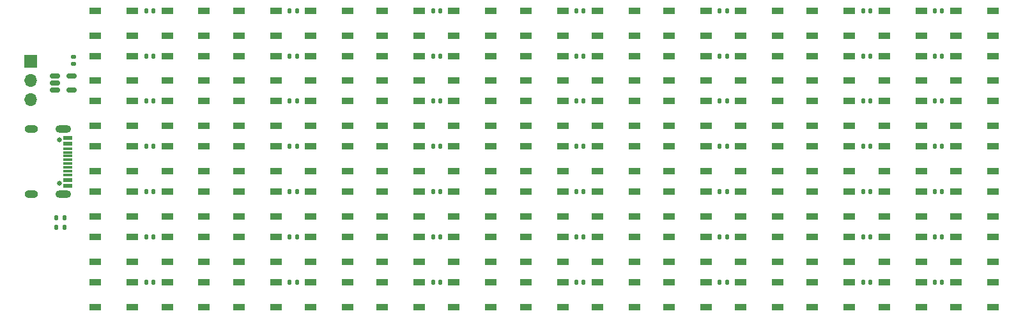
<source format=gbr>
%TF.GenerationSoftware,KiCad,Pcbnew,8.0.7*%
%TF.CreationDate,2025-02-01T19:51:36+00:00*%
%TF.ProjectId,LED-Panel,4c45442d-5061-46e6-956c-2e6b69636164,rev?*%
%TF.SameCoordinates,Original*%
%TF.FileFunction,Soldermask,Top*%
%TF.FilePolarity,Negative*%
%FSLAX46Y46*%
G04 Gerber Fmt 4.6, Leading zero omitted, Abs format (unit mm)*
G04 Created by KiCad (PCBNEW 8.0.7) date 2025-02-01 19:51:36*
%MOMM*%
%LPD*%
G01*
G04 APERTURE LIST*
G04 Aperture macros list*
%AMRoundRect*
0 Rectangle with rounded corners*
0 $1 Rounding radius*
0 $2 $3 $4 $5 $6 $7 $8 $9 X,Y pos of 4 corners*
0 Add a 4 corners polygon primitive as box body*
4,1,4,$2,$3,$4,$5,$6,$7,$8,$9,$2,$3,0*
0 Add four circle primitives for the rounded corners*
1,1,$1+$1,$2,$3*
1,1,$1+$1,$4,$5*
1,1,$1+$1,$6,$7*
1,1,$1+$1,$8,$9*
0 Add four rect primitives between the rounded corners*
20,1,$1+$1,$2,$3,$4,$5,0*
20,1,$1+$1,$4,$5,$6,$7,0*
20,1,$1+$1,$6,$7,$8,$9,0*
20,1,$1+$1,$8,$9,$2,$3,0*%
G04 Aperture macros list end*
%ADD10RoundRect,0.140000X0.170000X-0.140000X0.170000X0.140000X-0.170000X0.140000X-0.170000X-0.140000X0*%
%ADD11RoundRect,0.090000X0.660000X0.360000X-0.660000X0.360000X-0.660000X-0.360000X0.660000X-0.360000X0*%
%ADD12RoundRect,0.140000X-0.140000X-0.170000X0.140000X-0.170000X0.140000X0.170000X-0.140000X0.170000X0*%
%ADD13RoundRect,0.135000X-0.135000X-0.185000X0.135000X-0.185000X0.135000X0.185000X-0.135000X0.185000X0*%
%ADD14C,0.650000*%
%ADD15R,1.240000X0.600000*%
%ADD16R,1.240000X0.300000*%
%ADD17O,2.100000X1.000000*%
%ADD18O,1.800000X1.000000*%
%ADD19RoundRect,0.150000X-0.512500X-0.150000X0.512500X-0.150000X0.512500X0.150000X-0.512500X0.150000X0*%
%ADD20R,1.700000X1.700000*%
%ADD21O,1.700000X1.700000*%
G04 APERTURE END LIST*
D10*
%TO.C,C50*%
X108700000Y-109100000D03*
X108700000Y-108140000D03*
%TD*%
D11*
%TO.C,D86*%
X183000000Y-141300000D03*
X183000000Y-138000000D03*
X178100000Y-138000000D03*
X178100000Y-141300000D03*
%TD*%
%TO.C,D61*%
X192500000Y-129300000D03*
X192500000Y-126000000D03*
X187600000Y-126000000D03*
X187600000Y-129300000D03*
%TD*%
D12*
%TO.C,C4*%
X175320000Y-102000000D03*
X176280000Y-102000000D03*
%TD*%
%TO.C,C44*%
X137320000Y-138000000D03*
X138280000Y-138000000D03*
%TD*%
D11*
%TO.C,D76*%
X211500000Y-135300000D03*
X211500000Y-132000000D03*
X206600000Y-132000000D03*
X206600000Y-135300000D03*
%TD*%
%TO.C,D39*%
X230500000Y-117300000D03*
X230500000Y-114000000D03*
X225600000Y-114000000D03*
X225600000Y-117300000D03*
%TD*%
%TO.C,D15*%
X126000000Y-111300000D03*
X126000000Y-108000000D03*
X121100000Y-108000000D03*
X121100000Y-111300000D03*
%TD*%
D12*
%TO.C,C11*%
X175320000Y-108000000D03*
X176280000Y-108000000D03*
%TD*%
D13*
%TO.C,R1*%
X106440000Y-129470000D03*
X107460000Y-129470000D03*
%TD*%
D11*
%TO.C,D4*%
X145000000Y-105300000D03*
X145000000Y-102000000D03*
X140100000Y-102000000D03*
X140100000Y-105300000D03*
%TD*%
%TO.C,D42*%
X135500000Y-123300000D03*
X135500000Y-120000000D03*
X130600000Y-120000000D03*
X130600000Y-123300000D03*
%TD*%
%TO.C,D71*%
X164000000Y-135300000D03*
X164000000Y-132000000D03*
X159100000Y-132000000D03*
X159100000Y-135300000D03*
%TD*%
D12*
%TO.C,C24*%
X156320000Y-120000000D03*
X157280000Y-120000000D03*
%TD*%
%TO.C,C36*%
X118320000Y-132000000D03*
X119280000Y-132000000D03*
%TD*%
%TO.C,C45*%
X156320000Y-138000000D03*
X157280000Y-138000000D03*
%TD*%
D14*
%TO.C,J1*%
X106820000Y-119150000D03*
X106820000Y-124930000D03*
D15*
X107940000Y-118840000D03*
X107940000Y-119640000D03*
D16*
X107940000Y-120790000D03*
X107940000Y-121790000D03*
X107940000Y-122290000D03*
X107940000Y-123290000D03*
D15*
X107940000Y-124440000D03*
X107940000Y-125240000D03*
X107940000Y-125240000D03*
X107940000Y-124440000D03*
D16*
X107940000Y-123790000D03*
X107940000Y-122790000D03*
X107940000Y-121290000D03*
X107940000Y-120290000D03*
D15*
X107940000Y-119640000D03*
X107940000Y-118840000D03*
D17*
X107340000Y-117720000D03*
D18*
X103140000Y-117720000D03*
D17*
X107340000Y-126360000D03*
D18*
X103140000Y-126360000D03*
%TD*%
D12*
%TO.C,C2*%
X137320000Y-102000000D03*
X138280000Y-102000000D03*
%TD*%
%TO.C,C37*%
X137320000Y-132000000D03*
X138280000Y-132000000D03*
%TD*%
D11*
%TO.C,D17*%
X145000000Y-111300000D03*
X145000000Y-108000000D03*
X140100000Y-108000000D03*
X140100000Y-111300000D03*
%TD*%
D12*
%TO.C,C34*%
X213320000Y-126000000D03*
X214280000Y-126000000D03*
%TD*%
D11*
%TO.C,D35*%
X192500000Y-117300000D03*
X192500000Y-114000000D03*
X187600000Y-114000000D03*
X187600000Y-117300000D03*
%TD*%
D13*
%TO.C,R2*%
X106440000Y-130700000D03*
X107460000Y-130700000D03*
%TD*%
D12*
%TO.C,C28*%
X222820000Y-120000000D03*
X223780000Y-120000000D03*
%TD*%
D11*
%TO.C,D77*%
X221000000Y-135300000D03*
X221000000Y-132000000D03*
X216100000Y-132000000D03*
X216100000Y-135300000D03*
%TD*%
%TO.C,D58*%
X164000000Y-129300000D03*
X164000000Y-126000000D03*
X159100000Y-126000000D03*
X159100000Y-129300000D03*
%TD*%
D12*
%TO.C,C16*%
X137320000Y-114000000D03*
X138280000Y-114000000D03*
%TD*%
%TO.C,C19*%
X194320000Y-114000000D03*
X195280000Y-114000000D03*
%TD*%
%TO.C,C13*%
X213320000Y-108000000D03*
X214280000Y-108000000D03*
%TD*%
D11*
%TO.C,D49*%
X202000000Y-123300000D03*
X202000000Y-120000000D03*
X197100000Y-120000000D03*
X197100000Y-123300000D03*
%TD*%
D19*
%TO.C,U1*%
X106190000Y-110640000D03*
X106190000Y-111590000D03*
X106190000Y-112540000D03*
X108465000Y-112540000D03*
X108465000Y-110640000D03*
%TD*%
D12*
%TO.C,C29*%
X118320000Y-126000000D03*
X119280000Y-126000000D03*
%TD*%
D11*
%TO.C,D78*%
X230500000Y-135300000D03*
X230500000Y-132000000D03*
X225600000Y-132000000D03*
X225600000Y-135300000D03*
%TD*%
D12*
%TO.C,C20*%
X213320000Y-114000000D03*
X214280000Y-114000000D03*
%TD*%
D20*
%TO.C,J2*%
X103027500Y-108710000D03*
D21*
X103027500Y-111250000D03*
X103027500Y-113790000D03*
%TD*%
D11*
%TO.C,D23*%
X202000000Y-111300000D03*
X202000000Y-108000000D03*
X197100000Y-108000000D03*
X197100000Y-111300000D03*
%TD*%
%TO.C,D90*%
X221000000Y-141300000D03*
X221000000Y-138000000D03*
X216100000Y-138000000D03*
X216100000Y-141300000D03*
%TD*%
%TO.C,D12*%
X221000000Y-105300000D03*
X221000000Y-102000000D03*
X216100000Y-102000000D03*
X216100000Y-105300000D03*
%TD*%
%TO.C,D89*%
X211500000Y-141300000D03*
X211500000Y-138000000D03*
X206600000Y-138000000D03*
X206600000Y-141300000D03*
%TD*%
%TO.C,D16*%
X135500000Y-111300000D03*
X135500000Y-108000000D03*
X130600000Y-108000000D03*
X130600000Y-111300000D03*
%TD*%
%TO.C,D65*%
X230500000Y-129300000D03*
X230500000Y-126000000D03*
X225600000Y-126000000D03*
X225600000Y-129300000D03*
%TD*%
D12*
%TO.C,C14*%
X222820000Y-108000000D03*
X223780000Y-108000000D03*
%TD*%
%TO.C,C40*%
X194320000Y-132000000D03*
X195280000Y-132000000D03*
%TD*%
D11*
%TO.C,D67*%
X126000000Y-135300000D03*
X126000000Y-132000000D03*
X121100000Y-132000000D03*
X121100000Y-135300000D03*
%TD*%
%TO.C,D53*%
X116500000Y-129300000D03*
X116500000Y-126000000D03*
X111600000Y-126000000D03*
X111600000Y-129300000D03*
%TD*%
D12*
%TO.C,C26*%
X194320000Y-120000000D03*
X195280000Y-120000000D03*
%TD*%
D11*
%TO.C,D83*%
X154500000Y-141300000D03*
X154500000Y-138000000D03*
X149600000Y-138000000D03*
X149600000Y-141300000D03*
%TD*%
%TO.C,D47*%
X183000000Y-123300000D03*
X183000000Y-120000000D03*
X178100000Y-120000000D03*
X178100000Y-123300000D03*
%TD*%
%TO.C,D2*%
X126000000Y-105300000D03*
X126000000Y-102000000D03*
X121100000Y-102000000D03*
X121100000Y-105300000D03*
%TD*%
%TO.C,D64*%
X221000000Y-129300000D03*
X221000000Y-126000000D03*
X216100000Y-126000000D03*
X216100000Y-129300000D03*
%TD*%
%TO.C,D14*%
X116500000Y-111300000D03*
X116500000Y-108000000D03*
X111600000Y-108000000D03*
X111600000Y-111300000D03*
%TD*%
%TO.C,D55*%
X135500000Y-129300000D03*
X135500000Y-126000000D03*
X130600000Y-126000000D03*
X130600000Y-129300000D03*
%TD*%
D12*
%TO.C,C23*%
X137320000Y-120000000D03*
X138280000Y-120000000D03*
%TD*%
%TO.C,C43*%
X118320000Y-138000000D03*
X119280000Y-138000000D03*
%TD*%
D11*
%TO.C,D1*%
X116500000Y-105300000D03*
X116500000Y-102000000D03*
X111600000Y-102000000D03*
X111600000Y-105300000D03*
%TD*%
%TO.C,D66*%
X116500000Y-135300000D03*
X116500000Y-132000000D03*
X111600000Y-132000000D03*
X111600000Y-135300000D03*
%TD*%
%TO.C,D34*%
X183000000Y-117300000D03*
X183000000Y-114000000D03*
X178100000Y-114000000D03*
X178100000Y-117300000D03*
%TD*%
%TO.C,D56*%
X145000000Y-129300000D03*
X145000000Y-126000000D03*
X140100000Y-126000000D03*
X140100000Y-129300000D03*
%TD*%
%TO.C,D40*%
X116500000Y-123300000D03*
X116500000Y-120000000D03*
X111600000Y-120000000D03*
X111600000Y-123300000D03*
%TD*%
%TO.C,D44*%
X154500000Y-123300000D03*
X154500000Y-120000000D03*
X149600000Y-120000000D03*
X149600000Y-123300000D03*
%TD*%
%TO.C,D25*%
X221000000Y-111300000D03*
X221000000Y-108000000D03*
X216100000Y-108000000D03*
X216100000Y-111300000D03*
%TD*%
%TO.C,D41*%
X126000000Y-123300000D03*
X126000000Y-120000000D03*
X121100000Y-120000000D03*
X121100000Y-123300000D03*
%TD*%
D12*
%TO.C,C39*%
X175320000Y-132000000D03*
X176280000Y-132000000D03*
%TD*%
D11*
%TO.C,D13*%
X230500000Y-105300000D03*
X230500000Y-102000000D03*
X225600000Y-102000000D03*
X225600000Y-105300000D03*
%TD*%
%TO.C,D91*%
X230500000Y-141300000D03*
X230500000Y-138000000D03*
X225600000Y-138000000D03*
X225600000Y-141300000D03*
%TD*%
%TO.C,D20*%
X173500000Y-111300000D03*
X173500000Y-108000000D03*
X168600000Y-108000000D03*
X168600000Y-111300000D03*
%TD*%
%TO.C,D19*%
X164000000Y-111300000D03*
X164000000Y-108000000D03*
X159100000Y-108000000D03*
X159100000Y-111300000D03*
%TD*%
D12*
%TO.C,C15*%
X118320000Y-114000000D03*
X119280000Y-114000000D03*
%TD*%
D11*
%TO.C,D87*%
X192500000Y-141300000D03*
X192500000Y-138000000D03*
X187600000Y-138000000D03*
X187600000Y-141300000D03*
%TD*%
D12*
%TO.C,C17*%
X156320000Y-114000000D03*
X157280000Y-114000000D03*
%TD*%
%TO.C,C8*%
X118320000Y-108000000D03*
X119280000Y-108000000D03*
%TD*%
%TO.C,C30*%
X137320000Y-126000000D03*
X138280000Y-126000000D03*
%TD*%
%TO.C,C1*%
X118320000Y-102000000D03*
X119280000Y-102000000D03*
%TD*%
D11*
%TO.C,D51*%
X221000000Y-123300000D03*
X221000000Y-120000000D03*
X216100000Y-120000000D03*
X216100000Y-123300000D03*
%TD*%
D12*
%TO.C,C21*%
X222820000Y-114000000D03*
X223780000Y-114000000D03*
%TD*%
%TO.C,C7*%
X222820000Y-102000000D03*
X223780000Y-102000000D03*
%TD*%
D11*
%TO.C,D73*%
X183000000Y-135300000D03*
X183000000Y-132000000D03*
X178100000Y-132000000D03*
X178100000Y-135300000D03*
%TD*%
%TO.C,D75*%
X202000000Y-135300000D03*
X202000000Y-132000000D03*
X197100000Y-132000000D03*
X197100000Y-135300000D03*
%TD*%
%TO.C,D6*%
X164000000Y-105300000D03*
X164000000Y-102000000D03*
X159100000Y-102000000D03*
X159100000Y-105300000D03*
%TD*%
%TO.C,D70*%
X154500000Y-135300000D03*
X154500000Y-132000000D03*
X149600000Y-132000000D03*
X149600000Y-135300000D03*
%TD*%
%TO.C,D18*%
X154500000Y-111300000D03*
X154500000Y-108000000D03*
X149600000Y-108000000D03*
X149600000Y-111300000D03*
%TD*%
D12*
%TO.C,C35*%
X222820000Y-126000000D03*
X223780000Y-126000000D03*
%TD*%
D11*
%TO.C,D88*%
X202000000Y-141300000D03*
X202000000Y-138000000D03*
X197100000Y-138000000D03*
X197100000Y-141300000D03*
%TD*%
%TO.C,D84*%
X164000000Y-141300000D03*
X164000000Y-138000000D03*
X159100000Y-138000000D03*
X159100000Y-141300000D03*
%TD*%
%TO.C,D60*%
X183000000Y-129300000D03*
X183000000Y-126000000D03*
X178100000Y-126000000D03*
X178100000Y-129300000D03*
%TD*%
%TO.C,D27*%
X116500000Y-117300000D03*
X116500000Y-114000000D03*
X111600000Y-114000000D03*
X111600000Y-117300000D03*
%TD*%
D12*
%TO.C,C41*%
X213320000Y-132000000D03*
X214280000Y-132000000D03*
%TD*%
%TO.C,C6*%
X213320000Y-102000000D03*
X214280000Y-102000000D03*
%TD*%
D11*
%TO.C,D36*%
X202000000Y-117300000D03*
X202000000Y-114000000D03*
X197100000Y-114000000D03*
X197100000Y-117300000D03*
%TD*%
%TO.C,D50*%
X211500000Y-123300000D03*
X211500000Y-120000000D03*
X206600000Y-120000000D03*
X206600000Y-123300000D03*
%TD*%
%TO.C,D7*%
X173500000Y-105300000D03*
X173500000Y-102000000D03*
X168600000Y-102000000D03*
X168600000Y-105300000D03*
%TD*%
%TO.C,D52*%
X230500000Y-123300000D03*
X230500000Y-120000000D03*
X225600000Y-120000000D03*
X225600000Y-123300000D03*
%TD*%
D12*
%TO.C,C38*%
X156320000Y-132000000D03*
X157280000Y-132000000D03*
%TD*%
D11*
%TO.C,D79*%
X116500000Y-141300000D03*
X116500000Y-138000000D03*
X111600000Y-138000000D03*
X111600000Y-141300000D03*
%TD*%
D12*
%TO.C,C27*%
X213320000Y-120000000D03*
X214280000Y-120000000D03*
%TD*%
D11*
%TO.C,D43*%
X145000000Y-123300000D03*
X145000000Y-120000000D03*
X140100000Y-120000000D03*
X140100000Y-123300000D03*
%TD*%
%TO.C,D48*%
X192500000Y-123300000D03*
X192500000Y-120000000D03*
X187600000Y-120000000D03*
X187600000Y-123300000D03*
%TD*%
%TO.C,D10*%
X202000000Y-105300000D03*
X202000000Y-102000000D03*
X197100000Y-102000000D03*
X197100000Y-105300000D03*
%TD*%
%TO.C,D29*%
X135500000Y-117300000D03*
X135500000Y-114000000D03*
X130600000Y-114000000D03*
X130600000Y-117300000D03*
%TD*%
%TO.C,D37*%
X211500000Y-117300000D03*
X211500000Y-114000000D03*
X206600000Y-114000000D03*
X206600000Y-117300000D03*
%TD*%
D12*
%TO.C,C10*%
X156320000Y-108000000D03*
X157280000Y-108000000D03*
%TD*%
%TO.C,C42*%
X222820000Y-132000000D03*
X223780000Y-132000000D03*
%TD*%
D11*
%TO.C,D30*%
X145000000Y-117300000D03*
X145000000Y-114000000D03*
X140100000Y-114000000D03*
X140100000Y-117300000D03*
%TD*%
%TO.C,D45*%
X164000000Y-123300000D03*
X164000000Y-120000000D03*
X159100000Y-120000000D03*
X159100000Y-123300000D03*
%TD*%
D12*
%TO.C,C25*%
X175320000Y-120000000D03*
X176280000Y-120000000D03*
%TD*%
%TO.C,C9*%
X137320000Y-108000000D03*
X138280000Y-108000000D03*
%TD*%
D11*
%TO.C,D85*%
X173500000Y-141300000D03*
X173500000Y-138000000D03*
X168600000Y-138000000D03*
X168600000Y-141300000D03*
%TD*%
D12*
%TO.C,C32*%
X175320000Y-126000000D03*
X176280000Y-126000000D03*
%TD*%
D11*
%TO.C,D33*%
X173500000Y-117300000D03*
X173500000Y-114000000D03*
X168600000Y-114000000D03*
X168600000Y-117300000D03*
%TD*%
%TO.C,D82*%
X145000000Y-141300000D03*
X145000000Y-138000000D03*
X140100000Y-138000000D03*
X140100000Y-141300000D03*
%TD*%
%TO.C,D68*%
X135500000Y-135300000D03*
X135500000Y-132000000D03*
X130600000Y-132000000D03*
X130600000Y-135300000D03*
%TD*%
%TO.C,D26*%
X230500000Y-111300000D03*
X230500000Y-108000000D03*
X225600000Y-108000000D03*
X225600000Y-111300000D03*
%TD*%
%TO.C,D9*%
X192500000Y-105300000D03*
X192500000Y-102000000D03*
X187600000Y-102000000D03*
X187600000Y-105300000D03*
%TD*%
D12*
%TO.C,C31*%
X156320000Y-126000000D03*
X157280000Y-126000000D03*
%TD*%
D11*
%TO.C,D72*%
X173500000Y-135300000D03*
X173500000Y-132000000D03*
X168600000Y-132000000D03*
X168600000Y-135300000D03*
%TD*%
%TO.C,D3*%
X135500000Y-105300000D03*
X135500000Y-102000000D03*
X130600000Y-102000000D03*
X130600000Y-105300000D03*
%TD*%
%TO.C,D63*%
X211500000Y-129300000D03*
X211500000Y-126000000D03*
X206600000Y-126000000D03*
X206600000Y-129300000D03*
%TD*%
%TO.C,D62*%
X202000000Y-129300000D03*
X202000000Y-126000000D03*
X197100000Y-126000000D03*
X197100000Y-129300000D03*
%TD*%
D12*
%TO.C,C18*%
X175320000Y-114000000D03*
X176280000Y-114000000D03*
%TD*%
D11*
%TO.C,D59*%
X173500000Y-129300000D03*
X173500000Y-126000000D03*
X168600000Y-126000000D03*
X168600000Y-129300000D03*
%TD*%
%TO.C,D38*%
X221000000Y-117300000D03*
X221000000Y-114000000D03*
X216100000Y-114000000D03*
X216100000Y-117300000D03*
%TD*%
%TO.C,D24*%
X211500000Y-111300000D03*
X211500000Y-108000000D03*
X206600000Y-108000000D03*
X206600000Y-111300000D03*
%TD*%
%TO.C,D81*%
X135500000Y-141300000D03*
X135500000Y-138000000D03*
X130600000Y-138000000D03*
X130600000Y-141300000D03*
%TD*%
%TO.C,D74*%
X192500000Y-135300000D03*
X192500000Y-132000000D03*
X187600000Y-132000000D03*
X187600000Y-135300000D03*
%TD*%
%TO.C,D28*%
X126000000Y-117300000D03*
X126000000Y-114000000D03*
X121100000Y-114000000D03*
X121100000Y-117300000D03*
%TD*%
%TO.C,D69*%
X145000000Y-135300000D03*
X145000000Y-132000000D03*
X140100000Y-132000000D03*
X140100000Y-135300000D03*
%TD*%
%TO.C,D8*%
X183000000Y-105300000D03*
X183000000Y-102000000D03*
X178100000Y-102000000D03*
X178100000Y-105300000D03*
%TD*%
D12*
%TO.C,C47*%
X194320000Y-138000000D03*
X195280000Y-138000000D03*
%TD*%
D11*
%TO.C,D5*%
X154500000Y-105300000D03*
X154500000Y-102000000D03*
X149600000Y-102000000D03*
X149600000Y-105300000D03*
%TD*%
%TO.C,D80*%
X126000000Y-141300000D03*
X126000000Y-138000000D03*
X121100000Y-138000000D03*
X121100000Y-141300000D03*
%TD*%
D12*
%TO.C,C46*%
X175320000Y-138000000D03*
X176280000Y-138000000D03*
%TD*%
%TO.C,C22*%
X118320000Y-120000000D03*
X119280000Y-120000000D03*
%TD*%
D11*
%TO.C,D57*%
X154500000Y-129300000D03*
X154500000Y-126000000D03*
X149600000Y-126000000D03*
X149600000Y-129300000D03*
%TD*%
D12*
%TO.C,C3*%
X156320000Y-102000000D03*
X157280000Y-102000000D03*
%TD*%
D11*
%TO.C,D22*%
X192500000Y-111300000D03*
X192500000Y-108000000D03*
X187600000Y-108000000D03*
X187600000Y-111300000D03*
%TD*%
%TO.C,D31*%
X154500000Y-117300000D03*
X154500000Y-114000000D03*
X149600000Y-114000000D03*
X149600000Y-117300000D03*
%TD*%
%TO.C,D54*%
X126000000Y-129300000D03*
X126000000Y-126000000D03*
X121100000Y-126000000D03*
X121100000Y-129300000D03*
%TD*%
D12*
%TO.C,C33*%
X194320000Y-126000000D03*
X195280000Y-126000000D03*
%TD*%
D11*
%TO.C,D21*%
X183000000Y-111300000D03*
X183000000Y-108000000D03*
X178100000Y-108000000D03*
X178100000Y-111300000D03*
%TD*%
%TO.C,D32*%
X164000000Y-117300000D03*
X164000000Y-114000000D03*
X159100000Y-114000000D03*
X159100000Y-117300000D03*
%TD*%
D12*
%TO.C,C49*%
X222820000Y-138000000D03*
X223780000Y-138000000D03*
%TD*%
D11*
%TO.C,D46*%
X173500000Y-123300000D03*
X173500000Y-120000000D03*
X168600000Y-120000000D03*
X168600000Y-123300000D03*
%TD*%
D12*
%TO.C,C5*%
X194320000Y-102000000D03*
X195280000Y-102000000D03*
%TD*%
%TO.C,C48*%
X213320000Y-138000000D03*
X214280000Y-138000000D03*
%TD*%
%TO.C,C12*%
X194320000Y-108000000D03*
X195280000Y-108000000D03*
%TD*%
D11*
%TO.C,D11*%
X211500000Y-105300000D03*
X211500000Y-102000000D03*
X206600000Y-102000000D03*
X206600000Y-105300000D03*
%TD*%
M02*

</source>
